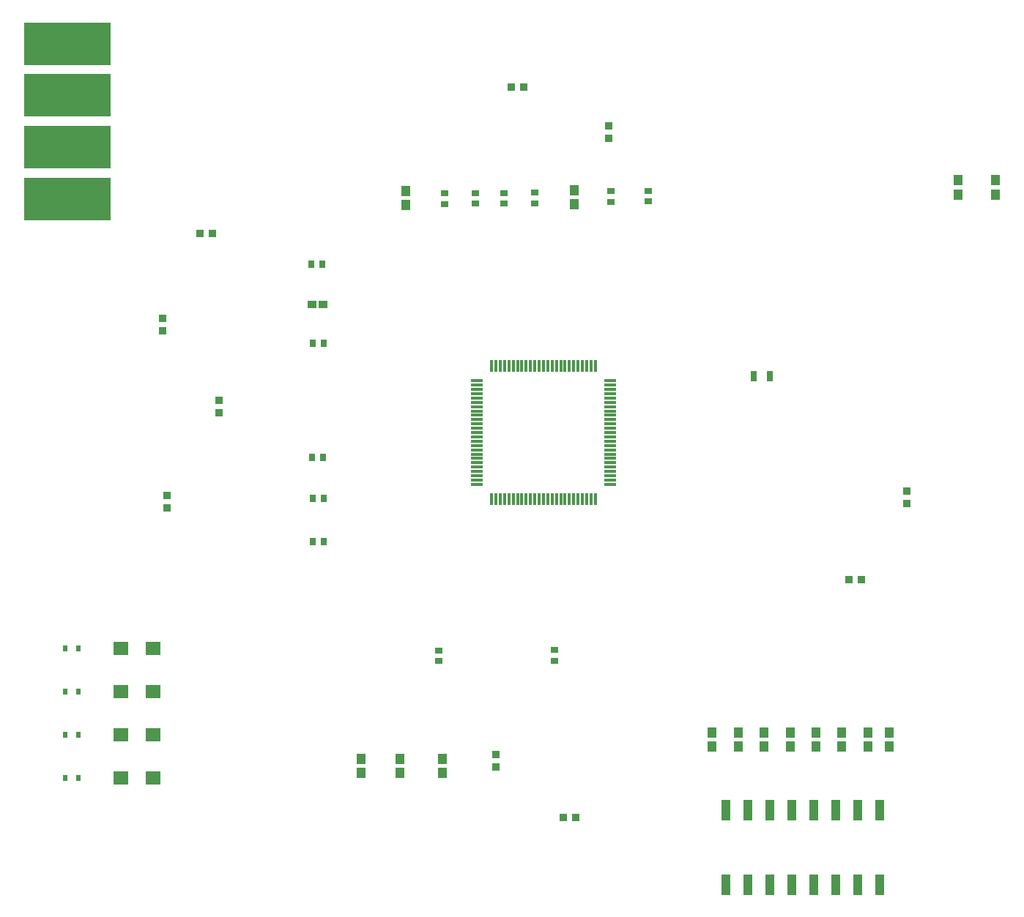
<source format=gtp>
G04*
G04 #@! TF.GenerationSoftware,Altium Limited,Altium Designer,22.9.1 (49)*
G04*
G04 Layer_Color=8421504*
%FSLAX44Y44*%
%MOMM*%
G71*
G04*
G04 #@! TF.SameCoordinates,63DD9504-EA5A-40A3-A547-44A0B6CD77F8*
G04*
G04*
G04 #@! TF.FilePolarity,Positive*
G04*
G01*
G75*
%ADD17R,1.4750X0.3000*%
%ADD18R,0.3000X1.4750*%
%ADD19R,10.0000X5.0000*%
%ADD20R,0.8121X0.7581*%
%ADD21R,0.7581X0.8121*%
%ADD22R,0.7000X1.3000*%
%ADD23R,1.0121X1.1581*%
%ADD24R,0.5000X0.8000*%
%ADD25R,0.9121X0.9581*%
%ADD26R,0.9581X0.9121*%
%ADD27R,1.1311X0.9121*%
%ADD28R,1.0582X1.3061*%
%ADD29R,1.7500X1.5000*%
%ADD30R,1.1300X2.4400*%
D17*
X522620Y660000D02*
D03*
Y655000D02*
D03*
Y650000D02*
D03*
Y645000D02*
D03*
Y640000D02*
D03*
Y635000D02*
D03*
Y630000D02*
D03*
Y625000D02*
D03*
Y620000D02*
D03*
Y615000D02*
D03*
Y610000D02*
D03*
Y605000D02*
D03*
Y600000D02*
D03*
Y595000D02*
D03*
Y590000D02*
D03*
Y585000D02*
D03*
Y580000D02*
D03*
Y575000D02*
D03*
Y570000D02*
D03*
Y565000D02*
D03*
Y560000D02*
D03*
Y555000D02*
D03*
Y550000D02*
D03*
Y545000D02*
D03*
Y540000D02*
D03*
X677380D02*
D03*
Y545000D02*
D03*
Y550000D02*
D03*
Y555000D02*
D03*
Y560000D02*
D03*
Y565000D02*
D03*
Y570000D02*
D03*
Y575000D02*
D03*
Y580000D02*
D03*
Y585000D02*
D03*
Y590000D02*
D03*
Y595000D02*
D03*
Y600000D02*
D03*
Y605000D02*
D03*
Y610000D02*
D03*
Y615000D02*
D03*
Y620000D02*
D03*
Y625000D02*
D03*
Y630000D02*
D03*
Y635000D02*
D03*
Y640000D02*
D03*
Y645000D02*
D03*
Y650000D02*
D03*
Y655000D02*
D03*
Y660000D02*
D03*
D18*
X540000Y522620D02*
D03*
X545000D02*
D03*
X550000D02*
D03*
X555000D02*
D03*
X560000D02*
D03*
X565000D02*
D03*
X570000D02*
D03*
X575000D02*
D03*
X580000D02*
D03*
X585000D02*
D03*
X590000D02*
D03*
X595000D02*
D03*
X600000D02*
D03*
X605000D02*
D03*
X610000D02*
D03*
X615000D02*
D03*
X620000D02*
D03*
X625000D02*
D03*
X630000D02*
D03*
X635000D02*
D03*
X640000D02*
D03*
X645000D02*
D03*
X650000D02*
D03*
X655000D02*
D03*
X660000D02*
D03*
Y677380D02*
D03*
X655000D02*
D03*
X650000D02*
D03*
X645000D02*
D03*
X640000D02*
D03*
X635000D02*
D03*
X630000D02*
D03*
X625000D02*
D03*
X620000D02*
D03*
X615000D02*
D03*
X610000D02*
D03*
X605000D02*
D03*
X600000D02*
D03*
X595000D02*
D03*
X590000D02*
D03*
X585000D02*
D03*
X580000D02*
D03*
X575000D02*
D03*
X570000D02*
D03*
X565000D02*
D03*
X560000D02*
D03*
X555000D02*
D03*
X550000D02*
D03*
X545000D02*
D03*
X540000D02*
D03*
D19*
X50000Y870000D02*
D03*
Y930000D02*
D03*
Y990000D02*
D03*
Y1050000D02*
D03*
D20*
X521500Y864730D02*
D03*
Y877270D02*
D03*
X554500Y864730D02*
D03*
Y877270D02*
D03*
X677750Y866480D02*
D03*
Y879020D02*
D03*
X478750Y348020D02*
D03*
Y335480D02*
D03*
X720750Y867230D02*
D03*
Y879770D02*
D03*
X612750Y348770D02*
D03*
Y336230D02*
D03*
X589750Y865230D02*
D03*
Y877770D02*
D03*
X485750Y863980D02*
D03*
Y876520D02*
D03*
D21*
X346270Y703000D02*
D03*
X333730D02*
D03*
X346270Y524250D02*
D03*
X333730D02*
D03*
X345270Y571000D02*
D03*
X332730D02*
D03*
X346270Y474250D02*
D03*
X333730D02*
D03*
X344020Y794750D02*
D03*
X331480D02*
D03*
D22*
X861750Y665250D02*
D03*
X842750D02*
D03*
D23*
X389500Y222770D02*
D03*
Y206230D02*
D03*
X434250Y222770D02*
D03*
Y206230D02*
D03*
X483000Y222770D02*
D03*
Y206230D02*
D03*
X1000000Y253270D02*
D03*
Y236730D02*
D03*
X975000Y253270D02*
D03*
Y236730D02*
D03*
X945000Y253270D02*
D03*
Y236730D02*
D03*
X915000Y253270D02*
D03*
Y236730D02*
D03*
X885000Y253270D02*
D03*
Y236730D02*
D03*
X855000Y253270D02*
D03*
Y236730D02*
D03*
X825000Y253270D02*
D03*
Y236730D02*
D03*
X795000Y253270D02*
D03*
Y236730D02*
D03*
X1079000Y892020D02*
D03*
Y875480D02*
D03*
X1122500Y892020D02*
D03*
Y875480D02*
D03*
D24*
X47500Y200000D02*
D03*
X62500D02*
D03*
X47500Y250000D02*
D03*
X62500D02*
D03*
X47500Y300000D02*
D03*
X62500D02*
D03*
X47500Y350000D02*
D03*
X62500D02*
D03*
D25*
X675000Y940460D02*
D03*
Y955000D02*
D03*
X160000Y732270D02*
D03*
Y717730D02*
D03*
X545000Y227270D02*
D03*
Y212730D02*
D03*
X1020000Y517730D02*
D03*
Y532270D02*
D03*
X225000Y637270D02*
D03*
Y622730D02*
D03*
X165000Y527270D02*
D03*
Y512730D02*
D03*
D26*
X577270Y1000000D02*
D03*
X562730D02*
D03*
X217270Y830000D02*
D03*
X202730D02*
D03*
X622730Y155000D02*
D03*
X637270D02*
D03*
X952730Y430000D02*
D03*
X967270D02*
D03*
D27*
X332095Y748000D02*
D03*
X344905D02*
D03*
D28*
X636000Y880011D02*
D03*
Y864489D02*
D03*
X440750Y879261D02*
D03*
Y863739D02*
D03*
D29*
X148750Y200000D02*
D03*
X111250D02*
D03*
X148750Y250000D02*
D03*
X111250D02*
D03*
X148750Y300000D02*
D03*
X111250D02*
D03*
X148750Y350000D02*
D03*
X111250D02*
D03*
D30*
X988900Y163000D02*
D03*
X963500D02*
D03*
X938100D02*
D03*
X912700D02*
D03*
X887300D02*
D03*
X861900D02*
D03*
X836500D02*
D03*
X811100D02*
D03*
Y77000D02*
D03*
X836500D02*
D03*
X861900D02*
D03*
X887300D02*
D03*
X912700D02*
D03*
X938100D02*
D03*
X963500D02*
D03*
X988900D02*
D03*
M02*

</source>
